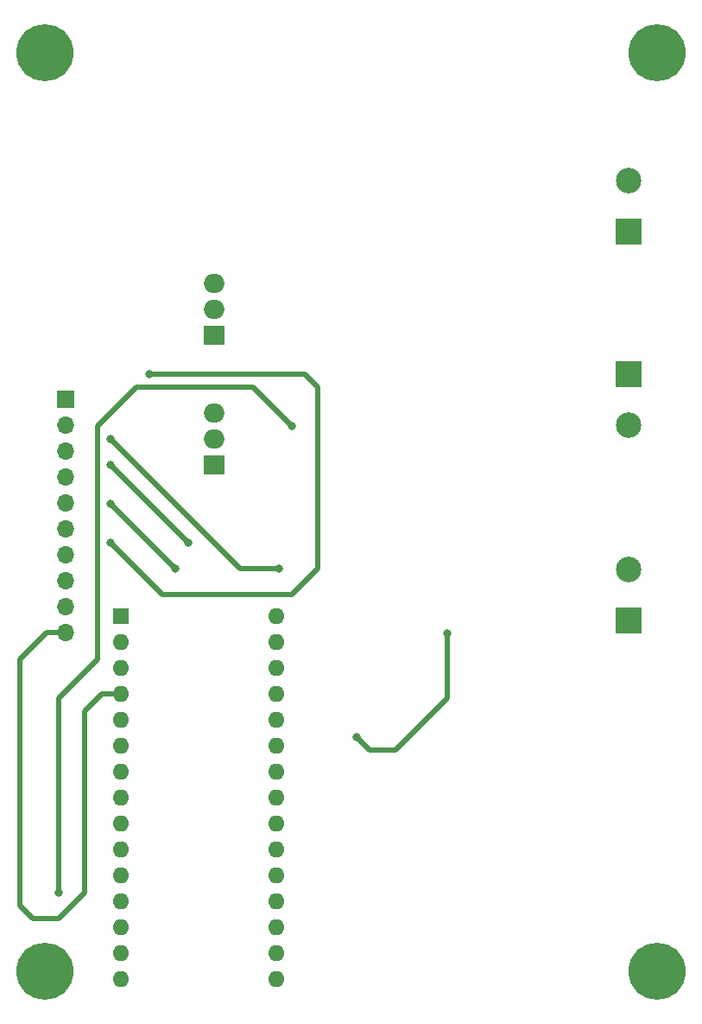
<source format=gbr>
%TF.GenerationSoftware,KiCad,Pcbnew,5.1.10*%
%TF.CreationDate,2021-10-26T18:06:13-04:00*%
%TF.ProjectId,BREAD_Slice,42524541-445f-4536-9c69-63652e6b6963,rev?*%
%TF.SameCoordinates,Original*%
%TF.FileFunction,Copper,L1,Top*%
%TF.FilePolarity,Positive*%
%FSLAX46Y46*%
G04 Gerber Fmt 4.6, Leading zero omitted, Abs format (unit mm)*
G04 Created by KiCad (PCBNEW 5.1.10) date 2021-10-26 18:06:13*
%MOMM*%
%LPD*%
G01*
G04 APERTURE LIST*
%TA.AperFunction,ComponentPad*%
%ADD10O,2.000000X1.905000*%
%TD*%
%TA.AperFunction,ComponentPad*%
%ADD11R,2.000000X1.905000*%
%TD*%
%TA.AperFunction,ComponentPad*%
%ADD12C,2.500000*%
%TD*%
%TA.AperFunction,ComponentPad*%
%ADD13R,2.500000X2.500000*%
%TD*%
%TA.AperFunction,ComponentPad*%
%ADD14C,5.600000*%
%TD*%
%TA.AperFunction,ComponentPad*%
%ADD15R,1.600000X1.600000*%
%TD*%
%TA.AperFunction,ComponentPad*%
%ADD16O,1.600000X1.600000*%
%TD*%
%TA.AperFunction,ComponentPad*%
%ADD17R,1.700000X1.700000*%
%TD*%
%TA.AperFunction,ComponentPad*%
%ADD18O,1.700000X1.700000*%
%TD*%
%TA.AperFunction,ViaPad*%
%ADD19C,0.800000*%
%TD*%
%TA.AperFunction,Conductor*%
%ADD20C,0.500000*%
%TD*%
G04 APERTURE END LIST*
D10*
%TO.P,Q2,3*%
%TO.N,Net-(J3-Pad1)*%
X144190000Y-67410000D03*
%TO.P,Q2,2*%
%TO.N,+12V*%
X144190000Y-69950000D03*
D11*
%TO.P,Q2,1*%
%TO.N,/E_STOP*%
X144190000Y-72490000D03*
%TD*%
D10*
%TO.P,Q1,3*%
%TO.N,GND*%
X144190000Y-80110000D03*
%TO.P,Q1,2*%
%TO.N,Net-(J3-Pad2)*%
X144190000Y-82650000D03*
D11*
%TO.P,Q1,1*%
%TO.N,/PWM*%
X144190000Y-85190000D03*
%TD*%
D12*
%TO.P,J4,2*%
%TO.N,GND*%
X184830000Y-95430000D03*
D13*
%TO.P,J4,1*%
%TO.N,/TMSTR*%
X184830000Y-100430000D03*
%TD*%
D12*
%TO.P,J3,2*%
%TO.N,Net-(J3-Pad2)*%
X184830000Y-57330000D03*
D13*
%TO.P,J3,1*%
%TO.N,Net-(J3-Pad1)*%
X184830000Y-62330000D03*
%TD*%
D12*
%TO.P,J2,2*%
%TO.N,Net-(FB1-Pad2)*%
X184830000Y-81300000D03*
D13*
%TO.P,J2,1*%
%TO.N,Net-(FB2-Pad2)*%
X184830000Y-76300000D03*
%TD*%
D14*
%TO.P,H4,1*%
%TO.N,N/C*%
X187600000Y-134800000D03*
%TD*%
%TO.P,H3,1*%
%TO.N,N/C*%
X127600000Y-134800000D03*
%TD*%
%TO.P,H2,1*%
%TO.N,N/C*%
X187600000Y-44800000D03*
%TD*%
%TO.P,H1,1*%
%TO.N,N/C*%
X127600000Y-44800000D03*
%TD*%
D15*
%TO.P,A1,1*%
%TO.N,Net-(A1-Pad1)*%
X135000000Y-100000000D03*
D16*
%TO.P,A1,17*%
%TO.N,Net-(A1-Pad17)*%
X150240000Y-133020000D03*
%TO.P,A1,2*%
%TO.N,Net-(A1-Pad2)*%
X135000000Y-102540000D03*
%TO.P,A1,18*%
%TO.N,Net-(A1-Pad18)*%
X150240000Y-130480000D03*
%TO.P,A1,3*%
%TO.N,Net-(A1-Pad3)*%
X135000000Y-105080000D03*
%TO.P,A1,19*%
%TO.N,/TMSTR*%
X150240000Y-127940000D03*
%TO.P,A1,4*%
%TO.N,GND*%
X135000000Y-107620000D03*
%TO.P,A1,20*%
%TO.N,Net-(A1-Pad20)*%
X150240000Y-125400000D03*
%TO.P,A1,5*%
%TO.N,/E_STOP*%
X135000000Y-110160000D03*
%TO.P,A1,21*%
%TO.N,Net-(A1-Pad21)*%
X150240000Y-122860000D03*
%TO.P,A1,6*%
%TO.N,/INT*%
X135000000Y-112700000D03*
%TO.P,A1,22*%
%TO.N,Net-(A1-Pad22)*%
X150240000Y-120320000D03*
%TO.P,A1,7*%
%TO.N,/SYNC*%
X135000000Y-115240000D03*
%TO.P,A1,23*%
%TO.N,/I2C_DAT*%
X150240000Y-117780000D03*
%TO.P,A1,8*%
%TO.N,Net-(A1-Pad8)*%
X135000000Y-117780000D03*
%TO.P,A1,24*%
%TO.N,/I2C_CLK*%
X150240000Y-115240000D03*
%TO.P,A1,9*%
%TO.N,/PWM*%
X135000000Y-120320000D03*
%TO.P,A1,25*%
%TO.N,Net-(A1-Pad25)*%
X150240000Y-112700000D03*
%TO.P,A1,10*%
%TO.N,Net-(A1-Pad10)*%
X135000000Y-122860000D03*
%TO.P,A1,26*%
%TO.N,Net-(A1-Pad26)*%
X150240000Y-110160000D03*
%TO.P,A1,11*%
%TO.N,Net-(A1-Pad11)*%
X135000000Y-125400000D03*
%TO.P,A1,27*%
%TO.N,+5V*%
X150240000Y-107620000D03*
%TO.P,A1,12*%
%TO.N,/SS*%
X135000000Y-127940000D03*
%TO.P,A1,28*%
%TO.N,Net-(A1-Pad28)*%
X150240000Y-105080000D03*
%TO.P,A1,13*%
%TO.N,/DATA*%
X135000000Y-130480000D03*
%TO.P,A1,29*%
%TO.N,GND*%
X150240000Y-102540000D03*
%TO.P,A1,14*%
%TO.N,/CLK*%
X135000000Y-133020000D03*
%TO.P,A1,30*%
%TO.N,+12V*%
X150240000Y-100000000D03*
%TO.P,A1,15*%
%TO.N,Net-(A1-Pad15)*%
X135000000Y-135560000D03*
%TO.P,A1,16*%
%TO.N,Net-(A1-Pad16)*%
X150240000Y-135560000D03*
%TD*%
D17*
%TO.P,J1,1*%
%TO.N,GND*%
X129600000Y-78800000D03*
D18*
%TO.P,J1,2*%
%TO.N,+12V*%
X129600000Y-81340000D03*
%TO.P,J1,3*%
%TO.N,/I2C_CLK*%
X129600000Y-83880000D03*
%TO.P,J1,4*%
%TO.N,/I2C_DAT*%
X129600000Y-86420000D03*
%TO.P,J1,5*%
%TO.N,GND*%
X129600000Y-88960000D03*
%TO.P,J1,6*%
%TO.N,/E_STOP*%
X129600000Y-91500000D03*
%TO.P,J1,7*%
%TO.N,/INT*%
X129600000Y-94040000D03*
%TO.P,J1,8*%
%TO.N,/SYNC*%
X129600000Y-96580000D03*
%TO.P,J1,9*%
%TO.N,+12V*%
X129600000Y-99120000D03*
%TO.P,J1,10*%
%TO.N,GND*%
X129600000Y-101660000D03*
%TD*%
D19*
%TO.N,GND*%
X158160000Y-111860000D03*
X167050000Y-101700000D03*
%TO.N,/I2C_CLK*%
X141650000Y-92810000D03*
X134030000Y-85190000D03*
%TO.N,/I2C_DAT*%
X134030000Y-89000000D03*
X140380000Y-95350000D03*
%TO.N,/E_STOP*%
X134030000Y-92810000D03*
X137840000Y-76300000D03*
%TO.N,+12V*%
X134030000Y-82650000D03*
X150540000Y-95350000D03*
%TO.N,/SS*%
X128950000Y-127100000D03*
X151810000Y-81380000D03*
%TD*%
D20*
%TO.N,GND*%
X158160000Y-111860000D02*
X159430000Y-113130000D01*
X159430000Y-113130000D02*
X161970000Y-113130000D01*
X167050000Y-108050000D02*
X167050000Y-101700000D01*
X161970000Y-113130000D02*
X167050000Y-108050000D01*
X127720000Y-101660000D02*
X129600000Y-101660000D01*
X125140000Y-104240000D02*
X127720000Y-101660000D01*
X125140000Y-128370000D02*
X125140000Y-104240000D01*
X128950000Y-129640000D02*
X126410000Y-129640000D01*
X131490000Y-109320000D02*
X131490000Y-127100000D01*
X126410000Y-129640000D02*
X125140000Y-128370000D01*
X133190000Y-107620000D02*
X131490000Y-109320000D01*
X131490000Y-127100000D02*
X128950000Y-129640000D01*
X135000000Y-107620000D02*
X133190000Y-107620000D01*
%TO.N,/I2C_CLK*%
X141650000Y-92810000D02*
X134030000Y-85190000D01*
%TO.N,/I2C_DAT*%
X140380000Y-95350000D02*
X137840000Y-92810000D01*
X137840000Y-92810000D02*
X134030000Y-89000000D01*
%TO.N,/E_STOP*%
X134030000Y-92810000D02*
X139110000Y-97890000D01*
X139110000Y-97890000D02*
X151810000Y-97890000D01*
X151810000Y-97890000D02*
X152660001Y-97039999D01*
X152660001Y-97039999D02*
X154350000Y-95350000D01*
X154350000Y-95350000D02*
X154350000Y-77570000D01*
X153080000Y-76300000D02*
X137840000Y-76300000D01*
X154350000Y-77570000D02*
X153080000Y-76300000D01*
%TO.N,+12V*%
X146730000Y-95350000D02*
X150540000Y-95350000D01*
X134030000Y-82650000D02*
X146730000Y-95350000D01*
%TO.N,/SS*%
X128950000Y-127100000D02*
X128950000Y-110590000D01*
X128950000Y-110590000D02*
X128950000Y-108050000D01*
X128950000Y-108050000D02*
X132760000Y-104240000D01*
X132760000Y-104240000D02*
X132760000Y-81380000D01*
X132760000Y-81380000D02*
X136570000Y-77570000D01*
X148000000Y-77570000D02*
X151810000Y-81380000D01*
X136570000Y-77570000D02*
X148000000Y-77570000D01*
%TD*%
M02*

</source>
